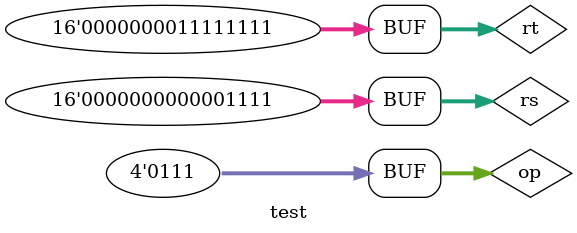
<source format=v>
`timescale 1ns / 1ps


module test;

	// Inputs
	reg [15:0] rs;
	reg [15:0] rt;
	reg [3:0] op;

	// Outputs
	wire [15:0] rd;
	wire bne;
	wire ov;

	// Instantiate the Unit Under Test (UUT)
	ALU uut (
		.rs(rs), 
		.rt(rt), 
		.op(op), 
		.rd(rd), 
		.bne(bne), 
		.ov(ov)
	);

	initial begin
		// Initialize Inputs
		rs = 0;
		rt = 0;
		op = 0;
        
		// Add stimulus here
		#1;
		rs = 16'b0000000011111111;
		rt = 16'b0000000000001111;
		op = 2;
		#5;
		op = 6;
		#5;
		op = 0;
		#5;
		op = 1;
		#5;
		op = 7;
		#5;
		rs = 16'b0000000000001111;
		rt = 16'b0000000011111111;
		#5;
		
		

	end
      
endmodule


</source>
